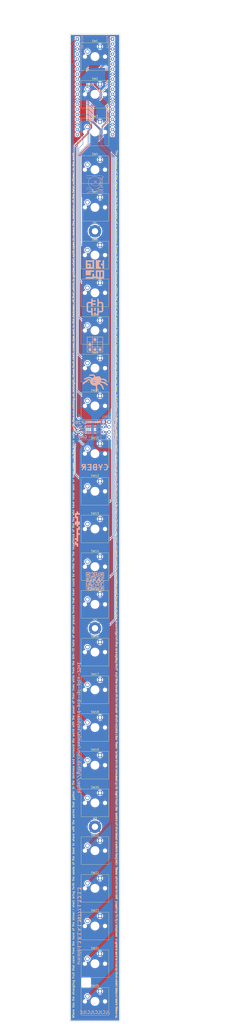
<source format=kicad_pcb>
(kicad_pcb (version 20240108) (generator "pcbnew") (generator_version "8.0")
  (layers (0 "F.Cu" signal) (31 "B.Cu" signal) (34 "B.Paste" user) (35 "F.Paste" user) (36 "B.SilkS" user "B.Silkscreen") (37 "F.SilkS" user "F.Silkscreen") (38 "B.Mask" user) (39 "F.Mask" user) (44 "Edge.Cuts" user))
  (net 0 "")
  (net 1 "GP15")
  (net 2 "GP13")
  (net 3 "GP2")
  (net 4 "GP6")
  (net 5 "GP4")
  (net 6 "GND")
  (net 7 "GP8")
  (net 8 "GP10")
  (net 9 "GP9")
  (net 10 "GP0")
  (net 11 "GP14")
  (net 12 "GP1")
  (net 13 "GP11")
  (net 14 "GP3")
  (net 15 "GP7")
  (net 16 "GP12")
  (net 17 "GP5")
  (net 18 "GP18")
  (net 19 "GP26")
  (net 20 "GP21")
  (net 21 "GP16")
  (net 22 "GP22")
  (net 23 "GP20")
  (net 24 "GP27")
  (net 25 "GP19")
  (net 26 "GP17")
  (net 27 "GP28")
  (net 28 "+5V")
  (net 29 "+3.3V")
  (net 30 "ADC_GND")
  (net 31 "RUN")
  (net 32 "3V3_EN")
  (net 33 "VSYS")
  (net 34 "ADC_VREF")
  (footprint "Button_Switch_Keyboard:SW_Cherry_MX_1.00u_PCB" (layer "F.Cu") (at 58.42 102.87)
    (property "Reference" "SW4")
    (property "Value" "SW_Push")
  )
  (footprint "Button_Switch_Keyboard:SW_Cherry_MX_1.00u_PCB" (layer "F.Cu") (at 58.42 346.71)
    (property "Reference" "SW16")
    (property "Value" "SW_Push")
  )
  (footprint "Button_Switch_Keyboard:SW_Cherry_MX_1.00u_PCB" (layer "F.Cu") (at 58.42 45.72)
    (property "Reference" "SW1")
    (property "Value" "SW_Push")
  )
  (footprint "MountingHole:MountingHole_3.2mm_M3_Pad" (layer "F.Cu") (at 55.88 139.065)
    (property "Reference" "H1")
    (property "Value" "MountingHole_Pad")
  )
  (footprint "MountingHole:MountingHole_3.2mm_M3_Pad" (layer "F.Cu") (at 55.88 440.055)
    (property "Reference" "H3")
    (property "Value" "MountingHole_Pad")
  )
  (footprint "Button_Switch_Keyboard:SW_Cherry_MX_1.00u_PCB" (layer "F.Cu") (at 58.42 265.43)
    (property "Reference" "SW12")
    (property "Value" "SW_Push")
  )
  (footprint "Button_Switch_Keyboard:SW_Cherry_MX_1.00u_PCB" (layer "F.Cu") (at 58.42 83.82)
    (property "Reference" "SW3")
    (property "Value" "SW_Push")
  )
  (footprint "Button_Switch_Keyboard:SW_Cherry_MX_1.00u_PCB" (layer "F.Cu") (at 58.42 146.05)
    (property "Reference" "SW6")
    (property "Value" "SW_Push")
  )
  (footprint "Button_Switch_Keyboard:SW_Cherry_MX_1.00u_PCB" (layer "F.Cu") (at 58.42 246.38)
    (property "Reference" "SW11")
    (property "Value" "SW_Push")
  )
  (footprint "Button_Switch_Keyboard:SW_Cherry_MX_1.00u_PCB" (layer "F.Cu") (at 58.42 485.14)
    (property "Reference" "SW23")
    (property "Value" "SW_Push")
  )
  (footprint "Button_Switch_Keyboard:SW_Cherry_MX_1.00u_PCB" (layer "F.Cu") (at 58.42 165.1)
    (property "Reference" "SW7")
    (property "Value" "SW_Push")
  )
  (footprint "MountingHole:MountingHole_3.2mm_M3_Pad" (layer "F.Cu") (at 55.88 339.725)
    (property "Reference" "H2")
    (property "Value" "MountingHole_Pad")
  )
  (footprint "Button_Switch_Keyboard:SW_Cherry_MX_1.00u_PCB" (layer "F.Cu") (at 58.42 466.09)
    (property "Reference" "SW22")
    (property "Value" "SW_Push")
  )
  (footprint "Button_Switch_Keyboard:SW_Cherry_MX_1.00u_PCB" (layer "F.Cu") (at 58.42 203.2)
    (property "Reference" "SW9")
    (property "Value" "SW_Push")
  )
  (footprint "Button_Switch_Keyboard:SW_Cherry_MX_1.00u_PCB" (layer "F.Cu") (at 58.42 184.15)
    (property "Reference" "SW8")
    (property "Value" "SW_Push")
  )
  (footprint "Button_Switch_Keyboard:SW_Cherry_MX_1.00u_PCB" (layer "F.Cu") (at 58.42 384.81)
    (property "Reference" "SW18")
    (property "Value" "SW_Push")
  )
  (footprint "Button_Switch_Keyboard:SW_Cherry_MX_1.00u_PCB" (layer "F.Cu") (at 58.42 504.19)
    (property "Reference" "SW24")
    (property "Value" "SW_Push")
  )
  (footprint "Button_Switch_Keyboard:SW_Cherry_MX_1.00u_PCB" (layer "F.Cu") (at 58.42 303.53)
    (property "Reference" "SW14")
    (property "Value" "SW_Push")
  )
  (footprint "Button_Switch_Keyboard:SW_Cherry_MX_1.00u_PCB" (layer "F.Cu") (at 58.42 403.86)
    (property "Reference" "SW19")
    (property "Value" "SW_Push")
  )
  (footprint "Button_Switch_Keyboard:SW_Cherry_MX_1.00u_PCB" (layer "F.Cu") (at 58.42 222.25)
    (property "Reference" "SW10")
    (property "Value" "SW_Push")
  )
  (footprint "Button_Switch_Keyboard:SW_Cherry_MX_1.00u_PCB" (layer "F.Cu") (at 58.42 322.58)
    (property "Reference" "SW15")
    (property "Value" "SW_Push")
  )
  (footprint "Button_Switch_Keyboard:SW_Cherry_MX_1.00u_PCB" (layer "F.Cu") (at 58.42 284.48)
    (property "Reference" "SW13")
    (property "Value" "SW_Push")
  )
  (footprint "Button_Switch_Keyboard:SW_Cherry_MX_1.00u_PCB" (layer "F.Cu") (at 58.42 121.92)
    (property "Reference" "SW5")
    (property "Value" "SW_Push")
  )
  (footprint "Button_Switch_Keyboard:SW_Cherry_MX_1.00u_PCB" (layer "F.Cu") (at 58.42 64.77)
    (property "Reference" "SW2")
    (property "Value" "SW_Push")
  )
  (footprint "Button_Switch_Keyboard:SW_Cherry_MX_1.00u_PCB" (layer "F.Cu") (at 58.42 447.04)
    (property "Reference" "SW21")
    (property "Value" "SW_Push")
  )
  (footprint "Button_Switch_Keyboard:SW_Cherry_MX_1.00u_PCB" (layer "F.Cu") (at 58.42 365.76)
    (property "Reference" "SW17")
    (property "Value" "SW_Push")
  )
  (footprint "Button_Switch_Keyboard:SW_Cherry_MX_1.00u_PCB" (layer "F.Cu") (at 58.42 422.91)
    (property "Reference" "SW20")
    (property "Value" "SW_Push")
  )
  (footprint "Button_Switch_Keyboard:SW_Cherry_MX_1.00u_PCB" (layer "F.Cu") (at 58.42 523.24)
    (property "Reference" "SW25")
    (property "Value" "SW_Push")
  )
  (footprint "LOGO" (layer "B.Cu") (at 55.88 158.369 180)
    (property "Reference" "FEZ2" (hide yes))
    (property "Value" "LOGO" (hide yes))
  )
  (footprint "LOGO" (layer "B.Cu") (at 55.88 215.9 180)
    (property "Reference" "Spider" (hide yes))
    (property "Value" "LOGO" (hide yes))
  )
  (footprint "LOGO" (layer "B.Cu") (at 55.88 177.419 180)
    (property "Reference" "EHLAB" (hide yes))
    (property "Value" "LOGO" (hide yes))
  )
  (footprint "Connector_PinSocket_2.54mm:PinSocket_1x20_P2.54mm_Vertical" (layer "B.Cu") (at 46.99 41.91 180)
    (property "Reference" "PICO-R1")
    (property "Value" "Conn_01x20_Socket")
  )
  (footprint "Connector_PinHeader_2.54mm:PinHeader_1x04_P2.54mm_Horizontal" (layer "B.Cu") (at 62.992 235.458 180)
    (property "Reference" "LEDS1")
    (property "Value" "Conn_01x04_Socket")
  )
  (footprint "LOGO" (layer "B.Cu") (at 55.88 115.316 180)
    (property "Reference" "MrMeeseeks" (hide yes))
    (property "Value" "LOGO" (hide yes))
  )
  (footprint "Connector_PinSocket_2.54mm:PinSocket_1x20_P2.54mm_Vertical" (layer "B.Cu") (at 64.77 41.91 180)
    (property "Reference" "PICO-L1")
    (property "Value" "Conn_01x20_Socket")
  )
  (footprint "LOGO" (layer "B.Cu") (at 55.88 315.976 180)
    (property "Reference" "QRCODE" (hide yes))
    (property "Value" "LOGO" (hide yes))
  )
  (footprint "LOGO" (layer "B.Cu") (at 55.88 258.318 180)
    (property "Reference" "CYBER" (hide yes))
    (property "Value" "LOGO" (hide yes))
  )
  (footprint "LOGO" (layer "B.Cu") (at 46.99 289.56 180)
    (property "Reference" "FEZ1" (hide yes))
    (property "Value" "LOGO" (hide yes))
  )
  (gr_line (start 59.69 195.072) (end 52.07 195.072) (stroke (width 0.25)) (layer "B.SilkS"))
  (gr_rect (start 51.943 192.532) (end 59.817 200.152) (stroke (width 0.25)) (fill none) (layer "B.SilkS"))
  (gr_circle (center 55.88 198.882) (end 56.642 198.882) (stroke (width 0.1)) (fill solid) (layer "B.SilkS"))
  (gr_circle (center 53.34 196.342) (end 54.102 196.342) (stroke (width 0.1)) (fill solid) (layer "B.SilkS"))
  (gr_circle (center 55.88 193.802) (end 56.642 193.802) (stroke (width 0.1)) (fill solid) (layer "B.SilkS"))
  (gr_circle (center 53.34 198.882) (end 54.102 198.882) (stroke (width 0.1)) (fill solid) (layer "B.SilkS"))
  (gr_line (start 52.07 197.612) (end 59.69 197.612) (stroke (width 0.25)) (layer "B.SilkS"))
  (gr_line (start 54.61 192.532) (end 54.61 200.152) (stroke (width 0.25)) (layer "B.SilkS"))
  (gr_line (start 57.15 192.532) (end 57.15 200.152) (stroke (width 0.25)) (layer "B.SilkS"))
  (gr_circle (center 58.42 198.882) (end 59.182 198.882) (stroke (width 0.1)) (fill solid) (layer "B.SilkS"))
  (gr_line (start 53.4162 517.013) (end 53.4162 520.577) (stroke (width 0.05)) (layer "Edge.Cuts"))
  (gr_rect (start 43.18 39.37) (end 68.58 538.48) (stroke (width 0.2)) (fill none) (layer "Edge.Cuts"))
  (gr_arc (start 53.1662 516.763) (mid 53.342977 516.836223) (end 53.4162 517.013) (stroke (width 0.05)) (layer "Edge.Cuts"))
  (gr_arc (start 49.3522 517.013) (mid 49.425423 516.836223) (end 49.6022 516.763) (stroke (width 0.05)) (layer "Edge.Cuts"))
  (gr_line (start 53.1662 520.827) (end 49.6022 520.827) (stroke (width 0.05)) (layer "Edge.Cuts"))
  (gr_arc (start 49.6022 520.827) (mid 49.425423 520.753777) (end 49.3522 520.577) (stroke (width 0.05)) (layer "Edge.Cuts"))
  (gr_arc (start 53.4162 520.577) (mid 53.342977 520.753777) (end 53.1662 520.827) (stroke (width 0.05)) (layer "Edge.Cuts"))
  (gr_line (start 49.6022 516.763) (end 53.1662 516.763) (stroke (width 0.05)) (layer "Edge.Cuts"))
  (gr_line (start 49.3522 520.577) (end 49.3522 517.013) (stroke (width 0.05)) (layer "Edge.Cuts"))
  (gr_text "D\n3\n5\nG" (at 65.405 243.84 0) (layer "B.SilkS") (effects (font (size 1.5 1.5) (thickness 0.3) (bold yes)) (justify bottom mirror)))
  (gr_text "urn:oid:1.3.6.1.4.1.39777.1.3.2.1.3" (at 46.99 490.22 270) (layer "B.SilkS") (effects (font (size 1.5 1.5) (thickness 0.3) (bold yes)) (justify bottom mirror)))
  (gr_text "GP28\n3.3V\n5V\nGND" (at 52.07 234.95 0) (layer "B.SilkS") (effects (font (size 1.5 1.5) (thickness 0.3) (bold yes)) (justify left top mirror)))
  (gr_text "JLCJLCJLCJLC" (at 55.88 534.67 0) (layer "B.SilkS") (effects (font (size 1.5 1.5) (thickness 0.3) (bold yes)) (justify bottom mirror)))
  (gr_text " and their teeth shall devour and sustain and herald the passing of an age.  That which dies shall still know life in death for all that decays is not forgotten and reanimated shall walk the world in the bliss of not-knowing.  There shall be a fire that knows your name, and in the presence of the strangling fruit, its dark flame shall acquire every part of you.  -- Jeff VanderMeer, Annihilation (2014)" (at 66.802 537.591 270) (layer "B.SilkS") (effects (font (size 1 1) (thickness 0.2) (bold yes)) (justify left mirror)))
  (gr_text "https://github.com/nomis/keyboard-pcb-rpi-pico-25x1" (at 46.99 389.89 270) (layer "B.SilkS") (effects (font (size 1.5 1.5) (thickness 0.3) (bold yes)) (justify bottom mirror)))
  (gr_text "The shadows of the abyss are like the petals of a monstrous flower that shall blossom within the skull and expand the mind beyond what any man can bear, but whether it decays under the earth or above on green fields, or out to sea or in the very air, all shall come to revelation, and to revel, in the knowledge of the strangling fruit and the hand of the sinner shall rejoice, for there is no sin in shadow or in light that the seeds of the dead cannot forgive.  There shall be in the planting in the shadows a grace and a mercy that shall bloom dark flowers," (at 66.802 98.044 270) (layer "F.SilkS") (effects (font (size 1 1) (thickness 0.2) (bold yes)) (justify left)))
  (gr_text "Where lies the strangling fruit that came from the hand of the sinner I shall bring forth the seeds of the dead to share with the worms that gather in the darkness and surround the world with the power of their lives while from the dim-lit halls of other places forms that never could be writhe for the impatience of the few who have never seen or been seen.  In the black water with the sun shining at midnight, those fruit shall come ripe and in the darkness of that which is golden shall split open to reveal the revelation of the fatal softness in the earth." (at 44.958 536.829 90) (layer "F.SilkS") (effects (font (size 1 1) (thickness 0.2) (bold yes)) (justify left)))
  (segment (start 64.516 274.574) (end 64.516 95.25) (width 0.2) (layer "F.Cu") (net 1))
  (segment (start 64.516 95.25) (end 64.77 94.996) (width 0.2) (layer "F.Cu") (net 1))
  (segment (start 52.07 287.02) (end 64.516 274.574) (width 0.2) (layer "F.Cu") (net 1))
  (segment (start 64.77 94.996) (end 64.77 90.17) (width 0.2) (layer "F.Cu") (net 1))
  (segment (start 66.548 98.044) (end 66.548 84.328) (width 0.2) (layer "F.Cu") (net 2))
  (segment (start 65.532 99.06) (end 66.548 98.044) (width 0.2) (layer "F.Cu") (net 2))
  (segment (start 66.548 84.328) (end 64.77 82.55) (width 0.2) (layer "F.Cu") (net 2))
  (segment (start 52.07 325.12) (end 65.532 311.658) (width 0.2) (layer "F.Cu") (net 2))
  (segment (start 65.532 311.658) (end 65.532 99.06) (width 0.2) (layer "F.Cu") (net 2))
  (segment (start 53.47 67.889899) (end 53.47 61.338) (width 0.2) (layer "F.Cu") (net 3))
  (segment (start 62.992 51.816) (end 62.992 49.784) (width 0.2) (layer "F.Cu") (net 3))
  (segment (start 63.246 49.53) (end 64.77 49.53) (width 0.2) (layer "F.Cu") (net 3))
  (segment (start 52.07 86.36) (end 52.07 69.289899) (width 0.2) (layer "F.Cu") (net 3))
  (segment (start 52.07 69.289899) (end 53.47 67.889899) (width 0.2) (layer "F.Cu") (net 3))
  (segment (start 62.992 49.784) (end 63.246 49.53) (width 0.2) (layer "F.Cu") (net 3))
  (segment (start 53.47 61.338) (end 62.992 51.816) (width 0.2) (layer "F.Cu") (net 3))
  (segment (start 53.848 75.946) (end 53.848 83.439) (width 0.2) (layer "F.Cu") (net 4))
  (segment (start 58.293 89.816059) (end 47.244 100.865059) (width 0.2) (layer "F.Cu") (net 4))
  (segment (start 47.244 100.865059) (end 47.244 200.914) (width 0.2) (layer "F.Cu") (net 4))
  (segment (start 58.674 71.12) (end 53.848 75.946) (width 0.2) (layer "F.Cu") (net 4))
  (segment (start 58.293 87.884) (end 58.293 89.816059) (width 0.2) (layer "F.Cu") (net 4))
  (segment (start 64.77 62.23) (end 63.567919 62.23) (width 0.2) (layer "F.Cu") (net 4))
  (segment (start 53.848 83.439) (end 58.293 87.884) (width 0.2) (layer "F.Cu") (net 4))
  (segment (start 47.244 200.914) (end 52.07 205.74) (width 0.2) (layer "F.Cu") (net 4))
  (segment (start 58.674 67.123919) (end 58.674 71.12) (width 0.2) (layer "F.Cu") (net 4))
  (segment (start 63.567919 62.23) (end 58.674 67.123919) (width 0.2) (layer "F.Cu") (net 4))
  (segment (start 61.214 54.61) (end 64.77 54.61) (width 0.2) (layer "F.Cu") (net 5))
  (segment (start 53.848 87.024347) (end 53.848 85.513552) (width 0.2) (layer "F.Cu") (net 5))
  (segment (start 52.832 69.469) (end 54.229 68.072) (width 0.2) (layer "F.Cu") (net 5))
  (segment (start 46.228 243.078) (end 46.228 95.637161) (width 0.2) (layer "F.Cu") (net 5))
  (segment (start 52.07 248.92) (end 46.228 243.078) (width 0.2) (layer "F.Cu") (net 5))
  (segment (start 52.397 88.475347) (end 53.848 87.024347) (width 0.2) (layer "F.Cu") (net 5))
  (segment (start 46.228 95.637161) (end 52.397 89.468161) (width 0.2) (layer "F.Cu") (net 5))
  (segment (start 53.848 85.513552) (end 52.832 84.497552) (width 0.2) (layer "F.Cu") (net 5))
  (segment (start 54.229 61.595) (end 61.214 54.61) (width 0.2) (layer "F.Cu") (net 5))
  (segment (start 52.397 89.468161) (end 52.397 88.475347) (width 0.2) (layer "F.Cu") (net 5))
  (segment (start 54.229 68.072) (end 54.229 61.595) (width 0.2) (layer "F.Cu") (net 5))
  (segment (start 52.832 84.497552) (end 52.832 69.469) (width 0.2) (layer "F.Cu") (net 5))
  (segment (start 48.26 101.092) (end 48.26 163.83) (width 0.2) (layer "F.Cu") (net 7))
  (segment (start 59.436 68.58) (end 59.436 71.501) (width 0.2) (layer "F.Cu") (net 7))
  (segment (start 59.055 87.63) (end 59.055 90.297) (width 0.2) (layer "F.Cu") (net 7))
  (segment (start 64.77 67.31) (end 60.706 67.31) (width 0.2) (layer "F.Cu") (net 7))
  (segment (start 54.864 76.073) (end 54.864 83.439) (width 0.2) (layer "F.Cu") (net 7))
  (segment (start 54.864 83.439) (end 59.055 87.63) (width 0.2) (layer "F.Cu") (net 7))
  (segment (start 59.055 90.297) (end 48.26 101.092) (width 0.2) (layer "F.Cu") (net 7))
  (segment (start 59.436 71.501) (end 54.864 76.073) (width 0.2) (layer "F.Cu") (net 7))
  (segment (start 60.706 67.31) (end 59.436 68.58) (width 0.2) (layer "F.Cu") (net 7))
  (segment (start 48.26 163.83) (end 52.07 167.64) (width 0.2) (layer "F.Cu") (net 7))
  (segment (start 49.276 121.666) (end 49.276 101.173448) (width 0.2) (layer "F.Cu") (net 8))
  (segment (start 59.709 86.087) (end 61.468 84.328) (width 0.2) (layer "F.Cu") (net 8))
  (segment (start 61.468 84.328) (end 61.468 76.962) (width 0.2) (layer "F.Cu") (net 8))
  (segment (start 52.07 124.46) (end 49.276 121.666) (width 0.2) (layer "F.Cu") (net 8))
  (segment (start 61.468 76.962) (end 63.5 74.93) (width 0.2) (layer "F.Cu") (net 8))
  (segment (start 49.276 101.173448) (end 59.709 90.740448) (width 0.2) (layer "F.Cu") (net 8))
  (segment (start 63.5 74.93) (end 64.77 74.93) (width 0.2) (layer "F.Cu") (net 8))
  (segment (start 59.709 90.740448) (end 59.709 86.087) (width 0.2) (layer "F.Cu") (net 8))
  (segment (start 60.96 84.334) (end 59.382 85.912) (width 0.2) (layer "F.Cu") (net 9))
  (segment (start 66.04 71.12) (end 66.04 73.152) (width 0.2) (layer "F.Cu") (net 9))
  (segment (start 48.768 101.092) (end 48.768 145.288) (width 0.2) (layer "F.Cu") (net 9))
  (segment (start 63.829827 73.66) (end 60.96 76.529827) (width 0.2) (layer "F.Cu") (net 9))
  (segment (start 48.768 145.288) (end 52.07 148.59) (width 0.2) (layer "F.Cu") (net 9))
  (segment (start 64.77 69.85) (end 66.04 71.12) (width 0.2) (layer "F.Cu") (net 9))
  (segment (start 60.96 76.529827) (end 60.96 84.334) (width 0.2) (layer "F.Cu") (net 9))
  (segment (start 59.382 90.478) (end 48.768 101.092) (width 0.2) (layer "F.Cu") (net 9))
  (segment (start 66.04 73.152) (end 65.532 73.66) (width 0.2) (layer "F.Cu") (net 9))
  (segment (start 59.382 85.912) (end 59.382 90.478) (width 0.2) (layer "F.Cu") (net 9))
  (segment (start 65.532 73.66) (end 63.829827 73.66) (width 0.2) (layer "F.Cu") (net 9))
  (segment (start 64.77 41.91) (end 52.07 41.91) (width 0.2) (layer "F.Cu") (net 10))
  (segment (start 52.07 41.91) (end 52.07 48.26) (width 0.2) (layer "F.Cu") (net 10))
  (segment (start 65.024 97.79) (end 66.04 96.774) (width 0.2) (layer "F.Cu") (net 11))
  (segment (start 66.04 96.774) (end 66.04 88.9) (width 0.2) (layer "F.Cu") (net 11))
  (segment (start 66.04 88.9) (end 64.77 87.63) (width 0.2) (layer "F.Cu") (net 11))
  (segment (start 65.024 293.116) (end 65.024 97.79) (width 0.2) (layer "F.Cu") (net 11))
  (segment (start 52.07 306.07) (end 65.024 293.116) (width 0.2) (layer "F.Cu") (net 11))
  (segment (start 63.5 44.45) (end 62.23 43.18) (width 0.2) (layer "F.Cu") (net 12))
  (segment (start 52.07 50.8) (end 52.07 67.31) (width 0.2) (layer "F.Cu") (net 12))
  (segment (start 62.23 43.18) (end 54.356 43.18) (width 0.2) (layer "F.Cu") (net 12))
  (segment (start 53.721 49.149) (end 52.07 50.8) (width 0.2) (layer "F.Cu") (net 12))
  (segment (start 53.721 43.815) (end 53.721 49.149) (width 0.2) (layer "F.Cu") (net 12))
  (segment (start 64.77 44.45) (end 63.5 44.45) (width 0.2) (layer "F.Cu") (net 12))
  (segment (start 54.356 43.18) (end 53.721 43.815) (width 0.2) (layer "F.Cu") (net 12))
  (segment (start 60.036 90.84) (end 60.452 90.424) (width 0.2) (layer "F.Cu") (net 13))
  (segment (start 52.07 105.41) (end 52.07 98.841896) (width 0.2) (layer "F.Cu") (net 13))
  (segment (start 62.164 78.806) (end 62.164 89.408) (width 0.2) (layer "F.Cu") (net 13))
  (segment (start 52.07 98.841896) (end 60.036 90.875896) (width 0.2) (layer "F.Cu") (net 13))
  (segment (start 60.036 90.875896) (end 60.036 90.84) (width 0.2) (layer "F.Cu") (net 13))
  (segment (start 63.5 77.47) (end 62.164 78.806) (width 0.2) (layer "F.Cu") (net 13))
  (segment (start 61.148 90.424) (end 62.164 89.408) (width 0.2) (layer "F.Cu") (net 13))
  (segment (start 64.77 77.47) (end 63.5 77.47) (width 0.2) (layer "F.Cu") (net 13))
  (segment (start 60.452 90.424) (end 61.148 90.424) (width 0.2) (layer "F.Cu") (net 13))
  (segment (start 45.72 261.62) (end 45.72 95.682713) (width 0.2) (layer "F.Cu") (net 14))
  (segment (start 52.07 88.339899) (end 53.47 86.939899) (width 0.2) (layer "F.Cu") (net 14))
  (segment (start 52.07 89.332713) (end 52.07 88.339899) (width 0.2) (layer "F.Cu") (net 14))
  (segment (start 53.848 67.974347) (end 53.848 61.468) (width 0.2) (layer "F.Cu") (net 14))
  (segment (start 52.451 84.579) (end 52.451 69.371347) (width 0.2) (layer "F.Cu") (net 14))
  (segment (start 52.451 69.371347) (end 53.848 67.974347) (width 0.2) (layer "F.Cu") (net 14))
  (segment (start 53.848 61.468) (end 63.246 52.07) (width 0.2) (layer "F.Cu") (net 14))
  (segment (start 63.246 52.07) (end 64.77 52.07) (width 0.2) (layer "F.Cu") (net 14))
  (segment (start 53.47 86.939899) (end 53.47 85.598) (width 0.2) (layer "F.Cu") (net 14))
  (segment (start 45.72 95.682713) (end 52.07 89.332713) (width 0.2) (layer "F.Cu") (net 14))
  (segment (start 52.07 267.97) (end 45.72 261.62) (width 0.2) (layer "F.Cu") (net 14))
  (segment (start 53.47 85.598) (end 52.451 84.579) (width 0.2) (layer "F.Cu") (net 14))
  (segment (start 47.752 182.372) (end 52.07 186.69) (width 0.2) (layer "F.Cu") (net 15))
  (segment (start 54.356 76.073) (end 54.356 83.439) (width 0.2) (layer "F.Cu") (net 15))
  (segment (start 54.356 83.439) (end 58.674 87.757) (width 0.2) (layer "F.Cu") (net 15))
  (segment (start 59.055 71.374) (end 54.356 76.073) (width 0.2) (layer "F.Cu") (net 15))
  (segment (start 58.674 87.757) (end 58.674 90.17) (width 0.2) (layer "F.Cu") (net 15))
  (segment (start 47.752 101.092) (end 47.752 182.372) (width 0.2) (layer "F.Cu") (net 15))
  (segment (start 64.77 64.77) (end 62.23 64.77) (width 0.2) (layer "F.Cu") (net 15))
  (segment (start 58.674 90.17) (end 47.752 101.092) (width 0.2) (layer "F.Cu") (net 15))
  (segment (start 59.055 67.945) (end 59.055 71.374) (width 0.2) (layer "F.Cu") (net 15))
  (segment (start 62.23 64.77) (end 59.055 67.945) (width 0.2) (layer "F.Cu") (net 15))
  (segment (start 67.056 82.296) (end 64.77 80.01) (width 0.2) (layer "F.Cu") (net 16))
  (segment (start 67.056 99.314) (end 67.056 82.296) (width 0.2) (layer "F.Cu") (net 16))
  (segment (start 66.04 335.28) (end 66.04 100.33) (width 0.2) (layer "F.Cu") (net 16))
  (segment (start 66.04 100.33) (end 67.056 99.314) (width 0.2) (layer "F.Cu") (net 16))
  (segment (start 52.07 349.25) (end 66.04 335.28) (width 0.2) (layer "F.Cu") (net 16))
  (segment (start 46.736 219.456) (end 52.07 224.79) (width 0.2) (layer "F.Cu") (net 17))
  (segment (start 54.229 87.122) (end 52.724 88.627) (width 0.2) (layer "F.Cu") (net 17))
  (segment (start 58.293 70.866) (end 53.34 75.819) (width 0.2) (layer "F.Cu") (net 17))
  (segment (start 59.182 57.15) (end 54.61 61.722) (width 0.2) (layer "F.Cu") (net 17))
  (segment (start 53.34 84.543104) (end 54.229 85.432104) (width 0.2) (layer "F.Cu") (net 17))
  (segment (start 58.293 68.834) (end 58.293 70.866) (width 0.2) (layer "F.Cu") (net 17))
  (segment (start 46.736 95.591609) (end 46.736 219.456) (width 0.2) (layer "F.Cu") (net 17))
  (segment (start 52.724 88.627) (end 52.724 89.603609) (width 0.2) (layer "F.Cu") (net 17))
  (segment (start 54.61 61.722) (end 54.61 65.151) (width 0.2) (layer "F.Cu") (net 17))
  (segment (start 64.77 57.15) (end 59.182 57.15) (width 0.2) (layer "F.Cu") (net 17))
  (segment (start 52.724 89.603609) (end 46.736 95.591609) (width 0.2) (layer "F.Cu") (net 17))
  (segment (start 53.34 75.819) (end 53.34 84.543104) (width 0.2) (layer "F.Cu") (net 17))
  (segment (start 54.229 85.432104) (end 54.229 87.122) (width 0.2) (layer "F.Cu") (net 17))
  (segment (start 54.61 65.151) (end 58.293 68.834) (width 0.2) (layer "F.Cu") (net 17))
  (segment (start 48.26 99.06) (end 48.26 228.854) (width 0.2) (layer "B.Cu") (net 18))
  (segment (start 48.26 228.854) (end 52.832 233.426) (width 0.2) (layer "B.Cu") (net 18))
  (segment (start 46.99 82.55) (end 52.578 82.55) (width 0.2) (layer "B.Cu") (net 18))
  (segment (start 52.832 242.57) (end 46.736 248.666) (width 0.2) (layer "B.Cu") (net 18))
  (segment (start 46.736 382.016) (end 52.07 387.35) (width 0.2) (layer "B.Cu") (net 18))
  (segment (start 52.324 94.996) (end 48.26 99.06) (width 0.2) (layer "B.Cu") (net 18))
  (segment (start 52.832 233.426) (end 52.832 242.57) (width 0.2) (layer "B.Cu") (net 18))
  (segment (start 54.029 86.859552) (end 52.324 88.564552) (width 0.2) (layer "B.Cu") (net 18))
  (segment (start 46.736 248.666) (end 46.736 382.016) (width 0.2) (layer "B.Cu") (net 18))
  (segment (start 52.324 88.564552) (end 52.324 94.996) (width 0.2) (layer "B.Cu") (net 18))
  (segment (start 52.578 82.55) (end 54.029 84.001) (width 0.2) (layer "B.Cu") (net 18))
  (segment (start 54.029 84.001) (end 54.029 86.859552) (width 0.2) (layer "B.Cu") (net 18))
  (segment (start 59.363 95.431) (end 59.363 85.925) (width 0.2) (layer "B.Cu") (net 19))
  (segment (start 61.976 83.312) (end 61.976 76.073) (width 0.2) (layer "B.Cu") (net 19))
  (segment (start 61.976 76.073) (end 58.674 72.771) (width 0.2) (layer "B.Cu") (net 19))
  (segment (start 58.674 72.771) (end 58.674 68.58) (width 0.2) (layer "B.Cu") (net 19))
  (segment (start 65.532 493.268) (end 65.532 101.6) (width 0.2) (layer "B.Cu") (net 19))
  (segment (start 54.864 64.77) (end 46.99 64.77) (width 0.2) (layer "B.Cu") (net 19))
  (segment (start 65.532 101.6) (end 59.363 95.431) (width 0.2) (layer "B.Cu") (net 19))
  (segment (start 58.674 68.58) (end 54.864 64.77) (width 0.2) (layer "B.Cu") (net 19))
  (segment (start 59.363 85.925) (end 61.976 83.312) (width 0.2) (layer "B.Cu") (net 19))
  (segment (start 52.07 506.73) (end 65.532 493.268) (width 0.2) (layer "B.Cu") (net 19))
  (segment (start 64.516 456.184) (end 52.07 468.63) (width 0.2) (layer "B.Cu") (net 20))
  (segment (start 64.516 101.6) (end 64.516 456.184) (width 0.2) (layer "B.Cu") (net 20))
  (segment (start 58.674 95.758) (end 64.516 101.6) (width 0.2) (layer "B.Cu") (net 20))
  (segment (start 58.674 87.63) (end 58.674 95.758) (width 0.2) (layer "B.Cu") (net 20))
  (segment (start 52.578 74.93) (end 55.372 77.724) (width 0.2) (layer "B.Cu") (net 20))
  (segment (start 55.372 77.724) (end 55.372 84.328) (width 0.2) (layer "B.Cu") (net 20))
  (segment (start 46.99 74.93) (end 52.578 74.93) (width 0.2) (layer "B.Cu") (net 20))
  (segment (start 55.372 84.328) (end 58.674 87.63) (width 0.2) (layer "B.Cu") (net 20))
  (segment (start 45.72 419.1) (end 45.72 247.65) (width 0.2) (layer "B.Cu") (net 21))
  (segment (start 51.816 234.442) (end 47.244 229.87) (width 0.2) (layer "B.Cu") (net 21))
  (segment (start 51.816 241.554) (end 51.816 234.442) (width 0.2) (layer "B.Cu") (net 21))
  (segment (start 47.244 96.012) (end 46.99 95.758) (width 0.2) (layer "B.Cu") (net 21))
  (segment (start 47.244 229.87) (end 47.244 96.012) (width 0.2) (layer "B.Cu") (net 21))
  (segment (start 45.72 247.65) (end 51.816 241.554) (width 0.2) (layer "B.Cu") (net 21))
  (segment (start 46.99 95.758) (end 46.99 90.17) (width 0.2) (layer "B.Cu") (net 21))
  (segment (start 52.07 425.45) (end 45.72 419.1) (width 0.2) (layer "B.Cu") (net 21))
  (segment (start 59.036 87.484) (end 59.036 95.612) (width 0.2) (layer "B.Cu") (net 22))
  (segment (start 46.99 69.85) (end 45.72 71.12) (width 0.2) (layer "B.Cu") (net 22))
  (segment (start 55.88 76.962) (end 55.88 84.328) (width 0.2) (layer "B.Cu") (net 22))
  (segment (start 45.72 73.152) (end 46.228 73.66) (width 0.2) (layer "B.Cu") (net 22))
  (segment (start 55.88 84.328) (end 59.036 87.484) (width 0.2) (layer "B.Cu") (net 22))
  (segment (start 65.024 101.6) (end 65.024 474.726) (width 0.2) (layer "B.Cu") (net 22))
  (segment (start 65.024 474.726) (end 52.07 487.68) (width 0.2) (layer "B.Cu") (net 22))
  (segment (start 59.036 95.612) (end 65.024 101.6) (width 0.2) (layer "B.Cu") (net 22))
  (segment (start 52.578 73.66) (end 55.88 76.962) (width 0.2) (layer "B.Cu") (net 22))
  (segment (start 46.228 73.66) (end 52.578 73.66) (width 0.2) (layer "B.Cu") (net 22))
  (segment (start 45.72 71.12) (end 45.72 73.152) (width 0.2) (layer "B.Cu") (net 22))
  (segment (start 64.008 437.642) (end 52.07 449.58) (width 0.2) (layer "B.Cu") (net 23))
  (segment (start 55.88 247.396) (end 57.912 249.428) (width 0.2) (layer "B.Cu") (net 23))
  (segment (start 58.347 95.939) (end 64.008 101.6) (width 0.2) (layer "B.Cu") (net 23))
  (segment (start 64.008 101.6) (end 64.008 228.6) (width 0.2) (layer "B.Cu") (net 23))
  (segment (start 46.99 77.47) (end 52.578 77.47) (width 0.2) (layer "B.Cu") (net 23))
  (segment (start 64.008 249.428) (end 64.008 437.642) (width 0.2) (layer "B.Cu") (net 23))
  (segment (start 57.912 249.428) (end 64.008 249.428) (width 0.2) (layer "B.Cu") (net 23))
  (segment (start 54.864 84.31447) (end 58.347 87.79747) (width 0.2) (layer "B.Cu") (net 23))
  (segment (start 52.578 77.47) (end 54.864 79.756) (width 0.2) (layer "B.Cu") (net 23))
  (segment (start 54.864 79.756) (end 54.864 84.31447) (width 0.2) (layer "B.Cu") (net 23))
  (segment (start 55.88 236.728) (end 55.88 247.396) (width 0.2) (layer "B.Cu") (net 23))
  (segment (start 58.347 87.79747) (end 58.347 95.939) (width 0.2) (layer "B.Cu") (net 23))
  (segment (start 64.008 228.6) (end 55.88 236.728) (width 0.2) (layer "B.Cu") (net 23))
  (segment (start 52.07 525.78) (end 66.04 511.81) (width 0.2) (layer "B.Cu") (net 24))
  (segment (start 59.436 72.644) (end 59.436 68.58) (width 0.2) (layer "B.Cu") (net 24))
  (segment (start 53.34 55.88) (end 46.99 62.23) (width 0.2) (layer "B.Cu") (net 24))
  (segment (start 59.69 86.614) (end 62.484 83.82) (width 0.2) (layer "B.Cu") (net 24))
  (segment (start 62.484 83.82) (end 62.484 75.692) (width 0.2) (layer "B.Cu") (net 24))
  (segment (start 61.722 66.294) (end 61.722 55.88) (width 0.2) (layer "B.Cu") (net 24))
  (segment (start 59.69 95.25) (end 59.69 86.614) (width 0.2) (layer "B.Cu") (net 24))
  (segment (start 59.436 68.58) (end 61.722 66.294) (width 0.2) (layer "B.Cu") (net 24))
  (segment (start 62.484 75.692) (end 59.436 72.644) (width 0.2) (layer "B.Cu") (net 24))
  (segment (start 66.04 511.81) (end 66.04 101.6) (width 0.2) (layer "B.Cu") (net 24))
  (segment (start 61.722 55.88) (end 53.34 55.88) (width 0.2) (layer "B.Cu") (net 24))
  (segment (start 66.04 101.6) (end 59.69 95.25) (width 0.2) (layer "B.Cu") (net 24))
  (segment (start 47.244 363.474) (end 52.07 368.3) (width 0.2) (layer "B.Cu") (net 25))
  (segment (start 46.99 80.01) (end 52.578 80.01) (width 0.2) (layer "B.Cu") (net 25))
  (segment (start 53.34 232.918) (end 53.34 243.078) (width 0.2) (layer "B.Cu") (net 25))
  (segment (start 52.905 88.446) (end 52.905 95.431) (width 0.2) (layer "B.Cu") (net 25))
  (segment (start 54.356 86.995) (end 52.905 88.446) (width 0.2) (layer "B.Cu") (net 25))
  (segment (start 52.578 80.01) (end 54.356 81.788) (width 0.2) (layer "B.Cu") (net 25))
  (segment (start 54.356 81.788) (end 54.356 86.995) (width 0.2) (layer "B.Cu") (net 25))
  (segment (start 53.34 243.078) (end 47.244 249.174) (width 0.2) (layer "B.Cu") (net 25))
  (segment (start 48.768 99.568) (end 48.768 228.346) (width 0.2) (layer "B.Cu") (net 25))
  (segment (start 52.905 95.431) (end 48.768 99.568) (width 0.2) (layer "B.Cu") (net 25))
  (segment (start 47.244 249.174) (end 47.244 363.474) (width 0.2) (layer "B.Cu") (net 25))
  (segment (start 48.768 228.346) (end 53.34 232.918) (width 0.2) (layer "B.Cu") (net 25))
  (segment (start 52.324 242.062) (end 46.228 248.158) (width 0.2) (layer "B.Cu") (net 26))
  (segment (start 49.784 90.424) (end 49.784 94.996) (width 0.2) (layer "B.Cu") (net 26))
  (segment (start 46.228 248.158) (end 46.228 400.558) (width 0.2) (layer "B.Cu") (net 26))
  (segment (start 49.784 94.996) (end 47.752 97.028) (width 0.2) (layer "B.Cu") (net 26))
  (segment (start 46.228 400.558) (end 52.07 406.4) (width 0.2) (layer "B.Cu") (net 26))
  (segment (start 47.752 97.028) (end 47.752 229.362) (width 0.2) (layer "B.Cu") (net 26))
  (segment (start 52.324 233.934) (end 52.324 242.062) (width 0.2) (layer "B.Cu") (net 26))
  (segment (start 46.99 87.63) (end 49.784 90.424) (width 0.2) (layer "B.Cu") (net 26))
  (segment (start 47.752 229.362) (end 52.324 233.934) (width 0.2) (layer "B.Cu") (net 26))
  (segment (start 60.198 235.458) (end 49.53 235.458) (width 0.2) (layer "F.Cu") (net 27))
  (segment (start 49.53 235.458) (end 47.752 233.68) (width 0.2) (layer "F.Cu") (net 27))
  (via (at 47.752 233.68) (size 0.6) (drill 0.3) (layers "F.Cu" "B.Cu") (net 27))
  (via (at 60.198 235.458) (size 0.6) (drill 0.3) (layers "F.Cu" "B.Cu") (net 27))
  (segment (start 46.736 96.52) (end 45.212 94.996) (width 0.2) (layer "B.Cu") (net 27))
  (segment (start 60.198 235.458) (end 62.992 235.458) (width 0.2) (layer "B.Cu") (net 27))
  (segment (start 45.212 94.996) (end 45.212 58.928) (width 0.2) (layer "B.Cu") (net 27))
  (segment (start 46.736 232.664) (end 46.736 96.52) (width 0.2) (layer "B.Cu") (net 27))
  (segment (start 47.752 233.68) (end 46.736 232.664) (width 0.2) (layer "B.Cu") (net 27))
  (segment (start 45.212 58.928) (end 46.99 57.15) (width 0.2) (layer "B.Cu") (net 27))
  (segment (start 50.12761 241.21039) (end 50.8 240.538) (width 0.5) (layer "F.Cu") (net 28))
  (segment (start 50.8 240.538) (end 59.944 240.538) (width 0.5) (layer "F.Cu") (net 28))
  (segment (start 48.43982 241.166237) (end 48.43982 241.21039) (width 0.5) (layer "F.Cu") (net 28))
  (segment (start 48.43982 241.21039) (end 50.12761 241.21039) (width 0.5) (layer "F.Cu") (net 28))
  (via (at 48.641 241.21039) (size 1.5) (drill 0.75) (layers "F.Cu" "B.Cu") (net 28))
  (via (at 60.198 240.538) (size 1.5) (drill 0.75) (layers "F.Cu" "B.Cu") (net 28))
  (segment (start 48.43982 241.21039) (end 46.26539 241.21039) (width 0.5) (layer "B.Cu") (net 28))
  (segment (start 62.992 240.538) (end 59.944 240.538) (width 0.5) (layer "B.Cu") (net 28))
  (segment (start 46.26539 241.21039) (end 43.942 238.887) (width 0.5) (layer "B.Cu") (net 28))
  (segment (start 43.942 44.958) (end 46.99 41.91) (width 0.5) (layer "B.Cu") (net 28))
  (segment (start 43.942 238.887) (end 43.942 44.958) (width 0.5) (layer "B.Cu") (net 28))
  (segment (start 60.198 237.998) (end 50.8 237.998) (width 0.5) (layer "F.Cu") (net 29))
  (segment (start 50.8 237.998) (end 48.901029 239.896971) (width 0.5) (layer "F.Cu") (net 29))
  (segment (start 48.901029 239.896971) (end 47.284029 239.896971) (width 0.5) (layer "F.Cu") (net 29))
  (via (at 60.198 237.998) (size 1.5) (drill 0.75) (layers "F.Cu" "B.Cu") (net 29))
  (via (at 47.284029 239.896971) (size 1.5) (drill 0.75) (layers "F.Cu" "B.Cu") (net 29))
  (segment (start 44.696 54.364) (end 46.99 52.07) (width 0.5) (layer "B.Cu") (net 29))
  (segment (start 44.696 237.308942) (end 44.696 54.364) (width 0.5) (layer "B.Cu") (net 29))
  (segment (start 47.284029 239.896971) (end 44.696 237.308942) (width 0.5) (layer "B.Cu") (net 29))
  (segment (start 62.992 237.998) (end 60.198 237.998) (width 0.5) (layer "B.Cu") (net 29))
  (zone (net 6) (net_name "GND") (layers "F.Cu" "B.Cu") (connect_pads (clearance 0.5)) (min_thickness 0.25) (fill yes (thermal_gap 0.5) (thermal_bridge_width 0.5))
    (polygon (pts (xy 41.91 38.1) (xy 69.85 38.1) (xy 69.85 539.75) (xy 41.91 539.75)))
  )
)
</source>
